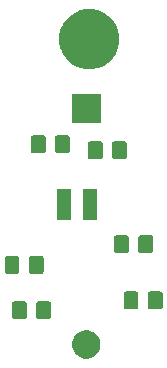
<source format=gbr>
G04 #@! TF.GenerationSoftware,KiCad,Pcbnew,(5.1.4)-1*
G04 #@! TF.CreationDate,2020-11-14T13:58:59-05:00*
G04 #@! TF.ProjectId,circuit,63697263-7569-4742-9e6b-696361645f70,rev?*
G04 #@! TF.SameCoordinates,Original*
G04 #@! TF.FileFunction,Soldermask,Top*
G04 #@! TF.FilePolarity,Negative*
%FSLAX46Y46*%
G04 Gerber Fmt 4.6, Leading zero omitted, Abs format (unit mm)*
G04 Created by KiCad (PCBNEW (5.1.4)-1) date 2020-11-14 13:58:59*
%MOMM*%
%LPD*%
G04 APERTURE LIST*
%ADD10C,0.100000*%
G04 APERTURE END LIST*
D10*
G36*
X63850318Y-69645153D02*
G01*
X64068885Y-69735687D01*
X64068887Y-69735688D01*
X64265593Y-69867122D01*
X64432878Y-70034407D01*
X64564312Y-70231113D01*
X64564313Y-70231115D01*
X64654847Y-70449682D01*
X64701000Y-70681710D01*
X64701000Y-70918290D01*
X64654847Y-71150318D01*
X64564313Y-71368885D01*
X64564312Y-71368887D01*
X64432878Y-71565593D01*
X64265593Y-71732878D01*
X64068887Y-71864312D01*
X64068886Y-71864313D01*
X64068885Y-71864313D01*
X63850318Y-71954847D01*
X63618290Y-72001000D01*
X63381710Y-72001000D01*
X63149682Y-71954847D01*
X62931115Y-71864313D01*
X62931114Y-71864313D01*
X62931113Y-71864312D01*
X62734407Y-71732878D01*
X62567122Y-71565593D01*
X62435688Y-71368887D01*
X62435687Y-71368885D01*
X62345153Y-71150318D01*
X62299000Y-70918290D01*
X62299000Y-70681710D01*
X62345153Y-70449682D01*
X62435687Y-70231115D01*
X62435688Y-70231113D01*
X62567122Y-70034407D01*
X62734407Y-69867122D01*
X62931113Y-69735688D01*
X62931115Y-69735687D01*
X63149682Y-69645153D01*
X63381710Y-69599000D01*
X63618290Y-69599000D01*
X63850318Y-69645153D01*
X63850318Y-69645153D01*
G37*
G36*
X60344174Y-67160365D02*
G01*
X60381867Y-67171799D01*
X60416603Y-67190366D01*
X60447048Y-67215352D01*
X60472034Y-67245797D01*
X60490601Y-67280533D01*
X60502035Y-67318226D01*
X60506500Y-67363561D01*
X60506500Y-68450239D01*
X60502035Y-68495574D01*
X60490601Y-68533267D01*
X60472034Y-68568003D01*
X60447048Y-68598448D01*
X60416603Y-68623434D01*
X60381867Y-68642001D01*
X60344174Y-68653435D01*
X60298839Y-68657900D01*
X59462161Y-68657900D01*
X59416826Y-68653435D01*
X59379133Y-68642001D01*
X59344397Y-68623434D01*
X59313952Y-68598448D01*
X59288966Y-68568003D01*
X59270399Y-68533267D01*
X59258965Y-68495574D01*
X59254500Y-68450239D01*
X59254500Y-67363561D01*
X59258965Y-67318226D01*
X59270399Y-67280533D01*
X59288966Y-67245797D01*
X59313952Y-67215352D01*
X59344397Y-67190366D01*
X59379133Y-67171799D01*
X59416826Y-67160365D01*
X59462161Y-67155900D01*
X60298839Y-67155900D01*
X60344174Y-67160365D01*
X60344174Y-67160365D01*
G37*
G36*
X58294174Y-67160365D02*
G01*
X58331867Y-67171799D01*
X58366603Y-67190366D01*
X58397048Y-67215352D01*
X58422034Y-67245797D01*
X58440601Y-67280533D01*
X58452035Y-67318226D01*
X58456500Y-67363561D01*
X58456500Y-68450239D01*
X58452035Y-68495574D01*
X58440601Y-68533267D01*
X58422034Y-68568003D01*
X58397048Y-68598448D01*
X58366603Y-68623434D01*
X58331867Y-68642001D01*
X58294174Y-68653435D01*
X58248839Y-68657900D01*
X57412161Y-68657900D01*
X57366826Y-68653435D01*
X57329133Y-68642001D01*
X57294397Y-68623434D01*
X57263952Y-68598448D01*
X57238966Y-68568003D01*
X57220399Y-68533267D01*
X57208965Y-68495574D01*
X57204500Y-68450239D01*
X57204500Y-67363561D01*
X57208965Y-67318226D01*
X57220399Y-67280533D01*
X57238966Y-67245797D01*
X57263952Y-67215352D01*
X57294397Y-67190366D01*
X57329133Y-67171799D01*
X57366826Y-67160365D01*
X57412161Y-67155900D01*
X58248839Y-67155900D01*
X58294174Y-67160365D01*
X58294174Y-67160365D01*
G37*
G36*
X69795514Y-66317085D02*
G01*
X69833207Y-66328519D01*
X69867943Y-66347086D01*
X69898388Y-66372072D01*
X69923374Y-66402517D01*
X69941941Y-66437253D01*
X69953375Y-66474946D01*
X69957840Y-66520281D01*
X69957840Y-67606959D01*
X69953375Y-67652294D01*
X69941941Y-67689987D01*
X69923374Y-67724723D01*
X69898388Y-67755168D01*
X69867943Y-67780154D01*
X69833207Y-67798721D01*
X69795514Y-67810155D01*
X69750179Y-67814620D01*
X68913501Y-67814620D01*
X68868166Y-67810155D01*
X68830473Y-67798721D01*
X68795737Y-67780154D01*
X68765292Y-67755168D01*
X68740306Y-67724723D01*
X68721739Y-67689987D01*
X68710305Y-67652294D01*
X68705840Y-67606959D01*
X68705840Y-66520281D01*
X68710305Y-66474946D01*
X68721739Y-66437253D01*
X68740306Y-66402517D01*
X68765292Y-66372072D01*
X68795737Y-66347086D01*
X68830473Y-66328519D01*
X68868166Y-66317085D01*
X68913501Y-66312620D01*
X69750179Y-66312620D01*
X69795514Y-66317085D01*
X69795514Y-66317085D01*
G37*
G36*
X67745514Y-66317085D02*
G01*
X67783207Y-66328519D01*
X67817943Y-66347086D01*
X67848388Y-66372072D01*
X67873374Y-66402517D01*
X67891941Y-66437253D01*
X67903375Y-66474946D01*
X67907840Y-66520281D01*
X67907840Y-67606959D01*
X67903375Y-67652294D01*
X67891941Y-67689987D01*
X67873374Y-67724723D01*
X67848388Y-67755168D01*
X67817943Y-67780154D01*
X67783207Y-67798721D01*
X67745514Y-67810155D01*
X67700179Y-67814620D01*
X66863501Y-67814620D01*
X66818166Y-67810155D01*
X66780473Y-67798721D01*
X66745737Y-67780154D01*
X66715292Y-67755168D01*
X66690306Y-67724723D01*
X66671739Y-67689987D01*
X66660305Y-67652294D01*
X66655840Y-67606959D01*
X66655840Y-66520281D01*
X66660305Y-66474946D01*
X66671739Y-66437253D01*
X66690306Y-66402517D01*
X66715292Y-66372072D01*
X66745737Y-66347086D01*
X66780473Y-66328519D01*
X66818166Y-66317085D01*
X66863501Y-66312620D01*
X67700179Y-66312620D01*
X67745514Y-66317085D01*
X67745514Y-66317085D01*
G37*
G36*
X57671874Y-63314805D02*
G01*
X57709567Y-63326239D01*
X57744303Y-63344806D01*
X57774748Y-63369792D01*
X57799734Y-63400237D01*
X57818301Y-63434973D01*
X57829735Y-63472666D01*
X57834200Y-63518001D01*
X57834200Y-64604679D01*
X57829735Y-64650014D01*
X57818301Y-64687707D01*
X57799734Y-64722443D01*
X57774748Y-64752888D01*
X57744303Y-64777874D01*
X57709567Y-64796441D01*
X57671874Y-64807875D01*
X57626539Y-64812340D01*
X56789861Y-64812340D01*
X56744526Y-64807875D01*
X56706833Y-64796441D01*
X56672097Y-64777874D01*
X56641652Y-64752888D01*
X56616666Y-64722443D01*
X56598099Y-64687707D01*
X56586665Y-64650014D01*
X56582200Y-64604679D01*
X56582200Y-63518001D01*
X56586665Y-63472666D01*
X56598099Y-63434973D01*
X56616666Y-63400237D01*
X56641652Y-63369792D01*
X56672097Y-63344806D01*
X56706833Y-63326239D01*
X56744526Y-63314805D01*
X56789861Y-63310340D01*
X57626539Y-63310340D01*
X57671874Y-63314805D01*
X57671874Y-63314805D01*
G37*
G36*
X59721874Y-63314805D02*
G01*
X59759567Y-63326239D01*
X59794303Y-63344806D01*
X59824748Y-63369792D01*
X59849734Y-63400237D01*
X59868301Y-63434973D01*
X59879735Y-63472666D01*
X59884200Y-63518001D01*
X59884200Y-64604679D01*
X59879735Y-64650014D01*
X59868301Y-64687707D01*
X59849734Y-64722443D01*
X59824748Y-64752888D01*
X59794303Y-64777874D01*
X59759567Y-64796441D01*
X59721874Y-64807875D01*
X59676539Y-64812340D01*
X58839861Y-64812340D01*
X58794526Y-64807875D01*
X58756833Y-64796441D01*
X58722097Y-64777874D01*
X58691652Y-64752888D01*
X58666666Y-64722443D01*
X58648099Y-64687707D01*
X58636665Y-64650014D01*
X58632200Y-64604679D01*
X58632200Y-63518001D01*
X58636665Y-63472666D01*
X58648099Y-63434973D01*
X58666666Y-63400237D01*
X58691652Y-63369792D01*
X58722097Y-63344806D01*
X58756833Y-63326239D01*
X58794526Y-63314805D01*
X58839861Y-63310340D01*
X59676539Y-63310340D01*
X59721874Y-63314805D01*
X59721874Y-63314805D01*
G37*
G36*
X66940334Y-61557125D02*
G01*
X66978027Y-61568559D01*
X67012763Y-61587126D01*
X67043208Y-61612112D01*
X67068194Y-61642557D01*
X67086761Y-61677293D01*
X67098195Y-61714986D01*
X67102660Y-61760321D01*
X67102660Y-62846999D01*
X67098195Y-62892334D01*
X67086761Y-62930027D01*
X67068194Y-62964763D01*
X67043208Y-62995208D01*
X67012763Y-63020194D01*
X66978027Y-63038761D01*
X66940334Y-63050195D01*
X66894999Y-63054660D01*
X66058321Y-63054660D01*
X66012986Y-63050195D01*
X65975293Y-63038761D01*
X65940557Y-63020194D01*
X65910112Y-62995208D01*
X65885126Y-62964763D01*
X65866559Y-62930027D01*
X65855125Y-62892334D01*
X65850660Y-62846999D01*
X65850660Y-61760321D01*
X65855125Y-61714986D01*
X65866559Y-61677293D01*
X65885126Y-61642557D01*
X65910112Y-61612112D01*
X65940557Y-61587126D01*
X65975293Y-61568559D01*
X66012986Y-61557125D01*
X66058321Y-61552660D01*
X66894999Y-61552660D01*
X66940334Y-61557125D01*
X66940334Y-61557125D01*
G37*
G36*
X68990334Y-61557125D02*
G01*
X69028027Y-61568559D01*
X69062763Y-61587126D01*
X69093208Y-61612112D01*
X69118194Y-61642557D01*
X69136761Y-61677293D01*
X69148195Y-61714986D01*
X69152660Y-61760321D01*
X69152660Y-62846999D01*
X69148195Y-62892334D01*
X69136761Y-62930027D01*
X69118194Y-62964763D01*
X69093208Y-62995208D01*
X69062763Y-63020194D01*
X69028027Y-63038761D01*
X68990334Y-63050195D01*
X68944999Y-63054660D01*
X68108321Y-63054660D01*
X68062986Y-63050195D01*
X68025293Y-63038761D01*
X67990557Y-63020194D01*
X67960112Y-62995208D01*
X67935126Y-62964763D01*
X67916559Y-62930027D01*
X67905125Y-62892334D01*
X67900660Y-62846999D01*
X67900660Y-61760321D01*
X67905125Y-61714986D01*
X67916559Y-61677293D01*
X67935126Y-61642557D01*
X67960112Y-61612112D01*
X67990557Y-61587126D01*
X68025293Y-61568559D01*
X68062986Y-61557125D01*
X68108321Y-61552660D01*
X68944999Y-61552660D01*
X68990334Y-61557125D01*
X68990334Y-61557125D01*
G37*
G36*
X64419000Y-60254000D02*
G01*
X63257000Y-60254000D01*
X63257000Y-57602000D01*
X64419000Y-57602000D01*
X64419000Y-60254000D01*
X64419000Y-60254000D01*
G37*
G36*
X62219000Y-60254000D02*
G01*
X61057000Y-60254000D01*
X61057000Y-57602000D01*
X62219000Y-57602000D01*
X62219000Y-60254000D01*
X62219000Y-60254000D01*
G37*
G36*
X66766674Y-53609465D02*
G01*
X66804367Y-53620899D01*
X66839103Y-53639466D01*
X66869548Y-53664452D01*
X66894534Y-53694897D01*
X66913101Y-53729633D01*
X66924535Y-53767326D01*
X66929000Y-53812661D01*
X66929000Y-54899339D01*
X66924535Y-54944674D01*
X66913101Y-54982367D01*
X66894534Y-55017103D01*
X66869548Y-55047548D01*
X66839103Y-55072534D01*
X66804367Y-55091101D01*
X66766674Y-55102535D01*
X66721339Y-55107000D01*
X65884661Y-55107000D01*
X65839326Y-55102535D01*
X65801633Y-55091101D01*
X65766897Y-55072534D01*
X65736452Y-55047548D01*
X65711466Y-55017103D01*
X65692899Y-54982367D01*
X65681465Y-54944674D01*
X65677000Y-54899339D01*
X65677000Y-53812661D01*
X65681465Y-53767326D01*
X65692899Y-53729633D01*
X65711466Y-53694897D01*
X65736452Y-53664452D01*
X65766897Y-53639466D01*
X65801633Y-53620899D01*
X65839326Y-53609465D01*
X65884661Y-53605000D01*
X66721339Y-53605000D01*
X66766674Y-53609465D01*
X66766674Y-53609465D01*
G37*
G36*
X64716674Y-53609465D02*
G01*
X64754367Y-53620899D01*
X64789103Y-53639466D01*
X64819548Y-53664452D01*
X64844534Y-53694897D01*
X64863101Y-53729633D01*
X64874535Y-53767326D01*
X64879000Y-53812661D01*
X64879000Y-54899339D01*
X64874535Y-54944674D01*
X64863101Y-54982367D01*
X64844534Y-55017103D01*
X64819548Y-55047548D01*
X64789103Y-55072534D01*
X64754367Y-55091101D01*
X64716674Y-55102535D01*
X64671339Y-55107000D01*
X63834661Y-55107000D01*
X63789326Y-55102535D01*
X63751633Y-55091101D01*
X63716897Y-55072534D01*
X63686452Y-55047548D01*
X63661466Y-55017103D01*
X63642899Y-54982367D01*
X63631465Y-54944674D01*
X63627000Y-54899339D01*
X63627000Y-53812661D01*
X63631465Y-53767326D01*
X63642899Y-53729633D01*
X63661466Y-53694897D01*
X63686452Y-53664452D01*
X63716897Y-53639466D01*
X63751633Y-53620899D01*
X63789326Y-53609465D01*
X63834661Y-53605000D01*
X64671339Y-53605000D01*
X64716674Y-53609465D01*
X64716674Y-53609465D01*
G37*
G36*
X59890674Y-53101465D02*
G01*
X59928367Y-53112899D01*
X59963103Y-53131466D01*
X59993548Y-53156452D01*
X60018534Y-53186897D01*
X60037101Y-53221633D01*
X60048535Y-53259326D01*
X60053000Y-53304661D01*
X60053000Y-54391339D01*
X60048535Y-54436674D01*
X60037101Y-54474367D01*
X60018534Y-54509103D01*
X59993548Y-54539548D01*
X59963103Y-54564534D01*
X59928367Y-54583101D01*
X59890674Y-54594535D01*
X59845339Y-54599000D01*
X59008661Y-54599000D01*
X58963326Y-54594535D01*
X58925633Y-54583101D01*
X58890897Y-54564534D01*
X58860452Y-54539548D01*
X58835466Y-54509103D01*
X58816899Y-54474367D01*
X58805465Y-54436674D01*
X58801000Y-54391339D01*
X58801000Y-53304661D01*
X58805465Y-53259326D01*
X58816899Y-53221633D01*
X58835466Y-53186897D01*
X58860452Y-53156452D01*
X58890897Y-53131466D01*
X58925633Y-53112899D01*
X58963326Y-53101465D01*
X59008661Y-53097000D01*
X59845339Y-53097000D01*
X59890674Y-53101465D01*
X59890674Y-53101465D01*
G37*
G36*
X61940674Y-53101465D02*
G01*
X61978367Y-53112899D01*
X62013103Y-53131466D01*
X62043548Y-53156452D01*
X62068534Y-53186897D01*
X62087101Y-53221633D01*
X62098535Y-53259326D01*
X62103000Y-53304661D01*
X62103000Y-54391339D01*
X62098535Y-54436674D01*
X62087101Y-54474367D01*
X62068534Y-54509103D01*
X62043548Y-54539548D01*
X62013103Y-54564534D01*
X61978367Y-54583101D01*
X61940674Y-54594535D01*
X61895339Y-54599000D01*
X61058661Y-54599000D01*
X61013326Y-54594535D01*
X60975633Y-54583101D01*
X60940897Y-54564534D01*
X60910452Y-54539548D01*
X60885466Y-54509103D01*
X60866899Y-54474367D01*
X60855465Y-54436674D01*
X60851000Y-54391339D01*
X60851000Y-53304661D01*
X60855465Y-53259326D01*
X60866899Y-53221633D01*
X60885466Y-53186897D01*
X60910452Y-53156452D01*
X60940897Y-53131466D01*
X60975633Y-53112899D01*
X61013326Y-53101465D01*
X61058661Y-53097000D01*
X61895339Y-53097000D01*
X61940674Y-53101465D01*
X61940674Y-53101465D01*
G37*
G36*
X64711000Y-52031000D02*
G01*
X62309000Y-52031000D01*
X62309000Y-49629000D01*
X64711000Y-49629000D01*
X64711000Y-52031000D01*
X64711000Y-52031000D01*
G37*
G36*
X64498098Y-42505033D02*
G01*
X64962350Y-42697332D01*
X64962352Y-42697333D01*
X65380168Y-42976509D01*
X65735491Y-43331832D01*
X65870575Y-43534000D01*
X66014668Y-43749650D01*
X66206967Y-44213902D01*
X66305000Y-44706747D01*
X66305000Y-45209253D01*
X66206967Y-45702098D01*
X66085093Y-45996329D01*
X66014667Y-46166352D01*
X65735491Y-46584168D01*
X65380168Y-46939491D01*
X64962352Y-47218667D01*
X64962351Y-47218668D01*
X64962350Y-47218668D01*
X64498098Y-47410967D01*
X64005253Y-47509000D01*
X63502747Y-47509000D01*
X63009902Y-47410967D01*
X62545650Y-47218668D01*
X62545649Y-47218668D01*
X62545648Y-47218667D01*
X62127832Y-46939491D01*
X61772509Y-46584168D01*
X61493333Y-46166352D01*
X61422907Y-45996329D01*
X61301033Y-45702098D01*
X61203000Y-45209253D01*
X61203000Y-44706747D01*
X61301033Y-44213902D01*
X61493332Y-43749650D01*
X61637425Y-43534000D01*
X61772509Y-43331832D01*
X62127832Y-42976509D01*
X62545648Y-42697333D01*
X62545650Y-42697332D01*
X63009902Y-42505033D01*
X63502747Y-42407000D01*
X64005253Y-42407000D01*
X64498098Y-42505033D01*
X64498098Y-42505033D01*
G37*
M02*

</source>
